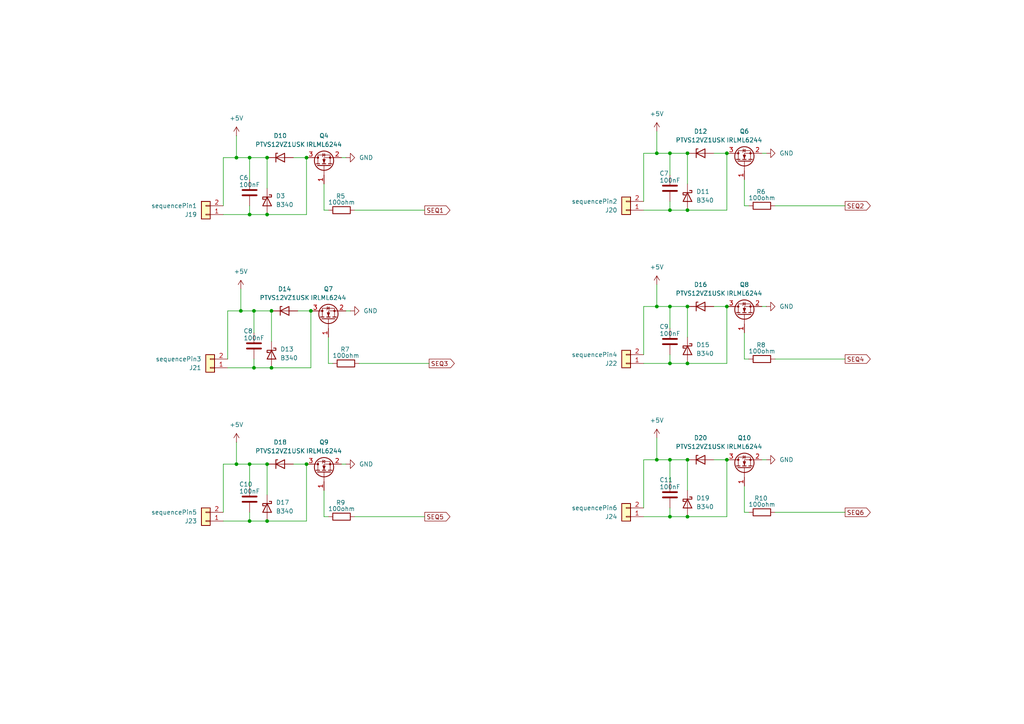
<source format=kicad_sch>
(kicad_sch (version 20231120) (generator "eeschema") (generator_version "8.0")
  (paper "A4")
  (lib_symbols
    (symbol "Connector_Generic:Conn_01x02" (pin_names (offset 1.016) hide)
      (property "Reference" "J" (at 0 2.54 0))
      (property "Value" "Conn_01x02" (at 0 -5.08 0))
      (symbol "Conn_01x02_1_1"
        (rectangle (start -1.27 -2.413) (end 0 -2.667) (stroke (width 0.1524)))
        (rectangle (start -1.27 0.127) (end 0 -0.127) (stroke (width 0.1524)))
        (rectangle (start -1.27 1.27) (end 1.27 -3.81) (stroke (width 0.254)) (fill (type background)))
        (pin passive line (at -5.08 0 0) (length 3.81) (name "Pin_1") (number "1"))
        (pin passive line (at -5.08 -2.54 0) (length 3.81) (name "Pin_2") (number "2"))
      )
    )
    (symbol "Device:C" (pin_numbers hide) (pin_names (offset 0.254))
      (property "Reference" "C" (at 0.635 2.54 0))
      (property "Value" "C" (at 0.635 -2.54 0))
      (symbol "C_0_1"
        (polyline (pts (xy -2.032 -0.762) (xy 2.032 -0.762)) (stroke (width 0.508)))
        (polyline (pts (xy -2.032 0.762) (xy 2.032 0.762)) (stroke (width 0.508)))
      )
      (symbol "C_1_1"
        (pin passive line (at 0 3.81 270) (length 2.794) (name "~") (number "1"))
        (pin passive line (at 0 -3.81 90) (length 2.794) (name "~") (number "2"))
      )
    )
    (symbol "Device:R" (pin_numbers hide) (pin_names (offset 0))
      (property "Reference" "R" (at 2.032 0 90))
      (property "Value" "R" (at 0 0 90))
      (symbol "R_0_1"
        (rectangle (start -1.016 -2.54) (end 1.016 2.54) (stroke (width 0.254)))
      )
      (symbol "R_1_1"
        (pin passive line (at 0 3.81 270) (length 1.27) (name "~") (number "1"))
        (pin passive line (at 0 -3.81 90) (length 1.27) (name "~") (number "2"))
      )
    )
    (symbol "Diode:B340" (pin_numbers hide) (pin_names (offset 1.016) hide)
      (property "Reference" "D" (at 0 2.54 0))
      (property "Value" "B340" (at 0 -2.54 0))
      (symbol "B340_0_1"
        (polyline (pts (xy 1.27 0) (xy -1.27 0)))
        (polyline (pts (xy 1.27 1.27) (xy 1.27 -1.27) (xy -1.27 0) (xy 1.27 1.27)) (stroke (width 0.254)))
        (polyline (pts (xy -1.905 0.635) (xy -1.905 1.27) (xy -1.27 1.27) (xy -1.27 -1.27) (xy -0.635 -1.27) (xy -0.635 -0.635)) (stroke (width 0.254)))
      )
      (symbol "B340_1_1"
        (pin passive line (at -3.81 0 0) (length 2.54) (name "K") (number "1"))
        (pin passive line (at 3.81 0 180) (length 2.54) (name "A") (number "2"))
      )
    )
    (symbol "Diode:PTVS12VZ1USK" (pin_numbers hide) (pin_names hide)
      (property "Reference" "D" (at 0 2.54 0))
      (property "Value" "PTVS12VZ1USK" (at 0 -2.54 0))
      (symbol "PTVS12VZ1USK_0_1"
        (polyline (pts (xy 1.27 0) (xy -1.27 0)))
        (polyline (pts (xy -1.27 -1.27) (xy -1.27 1.27) (xy -0.762 1.27)) (stroke (width 0.254)))
        (polyline (pts (xy 1.27 -1.27) (xy 1.27 1.27) (xy -1.27 0) (xy 1.27 -1.27)) (stroke (width 0.254)))
      )
      (symbol "PTVS12VZ1USK_1_1"
        (pin passive line (at -3.81 0 0) (length 2.54) (name "K") (number "1"))
        (pin passive line (at 3.81 0 180) (length 2.54) (name "A") (number "2"))
      )
    )
    (symbol "Transistor_FET:IRLML6244" (pin_names hide)
      (property "Reference" "Q" (at 5.08 1.905 0))
      (property "Value" "IRLML6244" (at 5.08 0 0))
      (symbol "IRLML6244_0_1"
        (polyline (pts (xy 0.254 0) (xy -2.54 0)))
        (polyline (pts (xy 0.254 1.905) (xy 0.254 -1.905)) (stroke (width 0.254)))
        (polyline (pts (xy 0.762 -1.27) (xy 0.762 -2.286)) (stroke (width 0.254)))
        (polyline (pts (xy 0.762 0.508) (xy 0.762 -0.508)) (stroke (width 0.254)))
        (polyline (pts (xy 0.762 2.286) (xy 0.762 1.27)) (stroke (width 0.254)))
        (polyline (pts (xy 2.54 2.54) (xy 2.54 1.778)))
        (polyline (pts (xy 2.54 -2.54) (xy 2.54 0) (xy 0.762 0)))
        (polyline (pts (xy 0.762 -1.778) (xy 3.302 -1.778) (xy 3.302 1.778) (xy 0.762 1.778)))
        (polyline (pts (xy 1.016 0) (xy 2.032 0.381) (xy 2.032 -0.381) (xy 1.016 0)) (fill (type outline)))
        (polyline (pts (xy 2.794 0.508) (xy 2.921 0.381) (xy 3.683 0.381) (xy 3.81 0.254)))
        (polyline (pts (xy 3.302 0.381) (xy 2.921 -0.254) (xy 3.683 -0.254) (xy 3.302 0.381)))
        (circle (center 1.651 0) (radius 2.794) (stroke (width 0.254)))
        (circle (center 2.54 -1.778) (radius 0.254) (fill (type outline)))
        (circle (center 2.54 1.778) (radius 0.254) (fill (type outline)))
      )
      (symbol "IRLML6244_1_1"
        (pin input line (at -5.08 0 0) (length 2.54) (name "G") (number "1"))
        (pin passive line (at 2.54 -5.08 90) (length 2.54) (name "S") (number "2"))
        (pin passive line (at 2.54 5.08 270) (length 2.54) (name "D") (number "3"))
      )
    )
    (symbol "power:+5V" (power) (pin_numbers hide) (pin_names (offset 0) hide)
      (property "Value" "+5V" (at 0 3.556 0))
      (symbol "+5V_0_1"
        (polyline (pts (xy -0.762 1.27) (xy 0 2.54)))
        (polyline (pts (xy 0 0) (xy 0 2.54)))
        (polyline (pts (xy 0 2.54) (xy 0.762 1.27)))
      )
      (symbol "+5V_1_1"
        (pin power_in line (at 0 0 90) (length 0) (name "~") (number "1"))
      )
    )
    (symbol "power:GND" (power) (pin_numbers hide) (pin_names (offset 0) hide)
      (property "Value" "GND" (at 0 -3.81 0))
      (symbol "GND_0_1"
        (polyline (pts (xy 0 0) (xy 0 -1.27) (xy 1.27 -1.27) (xy 0 -2.54) (xy -1.27 -1.27) (xy 0 -1.27)))
      )
      (symbol "GND_1_1"
        (pin power_in line (at 0 0 270) (length 0) (name "~") (number "1"))
      )
    )
  )
  (junction (at 77.47 151.13))
  (junction (at 68.58 134.62))
  (junction (at 88.9 45.72))
  (junction (at 72.39 134.62))
  (junction (at 68.58 45.72))
  (junction (at 194.31 105.41))
  (junction (at 199.39 88.9))
  (junction (at 194.31 133.35))
  (junction (at 199.39 44.45))
  (junction (at 190.5 133.35))
  (junction (at 72.39 45.72))
  (junction (at 210.82 88.9))
  (junction (at 210.82 44.45))
  (junction (at 199.39 60.96))
  (junction (at 199.39 149.86))
  (junction (at 194.31 88.9))
  (junction (at 72.39 151.13))
  (junction (at 90.17 90.17))
  (junction (at 73.66 90.17))
  (junction (at 69.85 90.17))
  (junction (at 77.47 45.72))
  (junction (at 88.9 134.62))
  (junction (at 199.39 105.41))
  (junction (at 73.66 106.68))
  (junction (at 78.74 106.68))
  (junction (at 190.5 88.9))
  (junction (at 194.31 60.96))
  (junction (at 194.31 149.86))
  (junction (at 77.47 62.23))
  (junction (at 210.82 133.35))
  (junction (at 199.39 133.35))
  (junction (at 77.47 134.62))
  (junction (at 78.74 90.17))
  (junction (at 72.39 62.23))
  (junction (at 190.5 44.45))
  (junction (at 194.31 44.45))
  (wire (pts (xy 217.17 148.59) (xy 215.9 148.59)))
  (wire (pts (xy 222.25 133.35) (xy 220.98 133.35)))
  (wire (pts (xy 194.31 88.9) (xy 194.31 95.25)))
  (wire (pts (xy 100.33 134.62) (xy 99.06 134.62)))
  (wire (pts (xy 210.82 88.9) (xy 210.82 105.41)))
  (wire (pts (xy 72.39 148.59) (xy 72.39 151.13)))
  (wire (pts (xy 194.31 60.96) (xy 199.39 60.96)))
  (wire (pts (xy 64.77 134.62) (xy 68.58 134.62)))
  (wire (pts (xy 102.87 149.86) (xy 123.19 149.86)))
  (wire (pts (xy 194.31 88.9) (xy 199.39 88.9)))
  (wire (pts (xy 186.69 88.9) (xy 186.69 102.87)))
  (wire (pts (xy 210.82 133.35) (xy 210.82 149.86)))
  (wire (pts (xy 85.09 45.72) (xy 88.9 45.72)))
  (wire (pts (xy 186.69 105.41) (xy 194.31 105.41)))
  (wire (pts (xy 224.79 59.69) (xy 245.11 59.69)))
  (wire (pts (xy 199.39 60.96) (xy 210.82 60.96)))
  (wire (pts (xy 101.6 90.17) (xy 100.33 90.17)))
  (wire (pts (xy 199.39 105.41) (xy 210.82 105.41)))
  (wire (pts (xy 194.31 147.32) (xy 194.31 149.86)))
  (wire (pts (xy 186.69 44.45) (xy 190.5 44.45)))
  (wire (pts (xy 95.25 105.41) (xy 95.25 97.79)))
  (wire (pts (xy 215.9 148.59) (xy 215.9 140.97)))
  (wire (pts (xy 186.69 149.86) (xy 194.31 149.86)))
  (wire (pts (xy 199.39 149.86) (xy 210.82 149.86)))
  (wire (pts (xy 215.9 104.14) (xy 215.9 96.52)))
  (wire (pts (xy 207.01 44.45) (xy 210.82 44.45)))
  (wire (pts (xy 73.66 106.68) (xy 78.74 106.68)))
  (wire (pts (xy 215.9 59.69) (xy 215.9 52.07)))
  (wire (pts (xy 222.25 44.45) (xy 220.98 44.45)))
  (wire (pts (xy 72.39 45.72) (xy 72.39 52.07)))
  (wire (pts (xy 186.69 88.9) (xy 190.5 88.9)))
  (wire (pts (xy 72.39 151.13) (xy 77.47 151.13)))
  (wire (pts (xy 73.66 104.14) (xy 73.66 106.68)))
  (wire (pts (xy 93.98 149.86) (xy 93.98 142.24)))
  (wire (pts (xy 190.5 88.9) (xy 194.31 88.9)))
  (wire (pts (xy 190.5 82.55) (xy 190.5 88.9)))
  (wire (pts (xy 77.47 45.72) (xy 77.47 54.61)))
  (wire (pts (xy 69.85 83.82) (xy 69.85 90.17)))
  (wire (pts (xy 194.31 133.35) (xy 194.31 139.7)))
  (wire (pts (xy 68.58 134.62) (xy 72.39 134.62)))
  (wire (pts (xy 95.25 149.86) (xy 93.98 149.86)))
  (wire (pts (xy 77.47 151.13) (xy 88.9 151.13)))
  (wire (pts (xy 68.58 45.72) (xy 72.39 45.72)))
  (wire (pts (xy 72.39 134.62) (xy 77.47 134.62)))
  (wire (pts (xy 96.52 105.41) (xy 95.25 105.41)))
  (wire (pts (xy 78.74 90.17) (xy 78.74 99.06)))
  (wire (pts (xy 72.39 134.62) (xy 72.39 140.97)))
  (wire (pts (xy 95.25 60.96) (xy 93.98 60.96)))
  (wire (pts (xy 72.39 45.72) (xy 77.47 45.72)))
  (wire (pts (xy 93.98 60.96) (xy 93.98 53.34)))
  (wire (pts (xy 217.17 59.69) (xy 215.9 59.69)))
  (wire (pts (xy 64.77 151.13) (xy 72.39 151.13)))
  (wire (pts (xy 194.31 102.87) (xy 194.31 105.41)))
  (wire (pts (xy 186.69 133.35) (xy 186.69 147.32)))
  (wire (pts (xy 72.39 59.69) (xy 72.39 62.23)))
  (wire (pts (xy 66.04 90.17) (xy 69.85 90.17)))
  (wire (pts (xy 190.5 133.35) (xy 194.31 133.35)))
  (wire (pts (xy 73.66 90.17) (xy 73.66 96.52)))
  (wire (pts (xy 64.77 45.72) (xy 64.77 59.69)))
  (wire (pts (xy 104.14 105.41) (xy 124.46 105.41)))
  (wire (pts (xy 207.01 88.9) (xy 210.82 88.9)))
  (wire (pts (xy 199.39 88.9) (xy 199.39 97.79)))
  (wire (pts (xy 85.09 134.62) (xy 88.9 134.62)))
  (wire (pts (xy 194.31 133.35) (xy 199.39 133.35)))
  (wire (pts (xy 224.79 104.14) (xy 245.11 104.14)))
  (wire (pts (xy 90.17 90.17) (xy 90.17 106.68)))
  (wire (pts (xy 64.77 45.72) (xy 68.58 45.72)))
  (wire (pts (xy 194.31 105.41) (xy 199.39 105.41)))
  (wire (pts (xy 199.39 133.35) (xy 199.39 142.24)))
  (wire (pts (xy 66.04 90.17) (xy 66.04 104.14)))
  (wire (pts (xy 194.31 58.42) (xy 194.31 60.96)))
  (wire (pts (xy 207.01 133.35) (xy 210.82 133.35)))
  (wire (pts (xy 222.25 88.9) (xy 220.98 88.9)))
  (wire (pts (xy 66.04 106.68) (xy 73.66 106.68)))
  (wire (pts (xy 194.31 149.86) (xy 199.39 149.86)))
  (wire (pts (xy 194.31 44.45) (xy 199.39 44.45)))
  (wire (pts (xy 190.5 38.1) (xy 190.5 44.45)))
  (wire (pts (xy 88.9 45.72) (xy 88.9 62.23)))
  (wire (pts (xy 194.31 44.45) (xy 194.31 50.8)))
  (wire (pts (xy 77.47 134.62) (xy 77.47 143.51)))
  (wire (pts (xy 210.82 44.45) (xy 210.82 60.96)))
  (wire (pts (xy 64.77 134.62) (xy 64.77 148.59)))
  (wire (pts (xy 88.9 134.62) (xy 88.9 151.13)))
  (wire (pts (xy 102.87 60.96) (xy 123.19 60.96)))
  (wire (pts (xy 64.77 62.23) (xy 72.39 62.23)))
  (wire (pts (xy 68.58 128.27) (xy 68.58 134.62)))
  (wire (pts (xy 77.47 62.23) (xy 88.9 62.23)))
  (wire (pts (xy 186.69 44.45) (xy 186.69 58.42)))
  (wire (pts (xy 186.69 60.96) (xy 194.31 60.96)))
  (wire (pts (xy 69.85 90.17) (xy 73.66 90.17)))
  (wire (pts (xy 186.69 133.35) (xy 190.5 133.35)))
  (wire (pts (xy 68.58 39.37) (xy 68.58 45.72)))
  (wire (pts (xy 78.74 106.68) (xy 90.17 106.68)))
  (wire (pts (xy 190.5 127) (xy 190.5 133.35)))
  (wire (pts (xy 86.36 90.17) (xy 90.17 90.17)))
  (wire (pts (xy 217.17 104.14) (xy 215.9 104.14)))
  (wire (pts (xy 100.33 45.72) (xy 99.06 45.72)))
  (wire (pts (xy 199.39 44.45) (xy 199.39 53.34)))
  (wire (pts (xy 190.5 44.45) (xy 194.31 44.45)))
  (wire (pts (xy 72.39 62.23) (xy 77.47 62.23)))
  (wire (pts (xy 224.79 148.59) (xy 245.11 148.59)))
  (wire (pts (xy 73.66 90.17) (xy 78.74 90.17)))
  (global_label "SEQ1" (shape output) (at 123.19 60.96 0) (property "Intersheetrefs" "${INTERSHEET_REFS}" (effects (hide yes))))
  (global_label "SEQ3" (shape output) (at 124.46 105.41 0) (property "Intersheetrefs" "${INTERSHEET_REFS}" (effects (hide yes))))
  (global_label "SEQ5" (shape output) (at 123.19 149.86 0) (property "Intersheetrefs" "${INTERSHEET_REFS}" (effects (hide yes))))
  (global_label "SEQ6" (shape output) (at 245.11 148.59 0) (property "Intersheetrefs" "${INTERSHEET_REFS}" (effects (hide yes))))
  (global_label "SEQ2" (shape output) (at 245.11 59.69 0) (property "Intersheetrefs" "${INTERSHEET_REFS}" (effects (hide yes))))
  (global_label "SEQ4" (shape output) (at 245.11 104.14 0) (property "Intersheetrefs" "${INTERSHEET_REFS}" (effects (hide yes))))
  (symbol (lib_id "Device:C") (at 72.39 144.78 0) (unit 1)
    (property "Reference" "C10" (at 69.342 140.462 0) (effects (justify left)))
    (property "Value" "100nF" (at 69.342 142.494 0) (effects (justify left)))
    (property "Footprint" "Capacitor_SMD:C_0603_1608Metric_Pad1.08x0.95mm_HandSolder" (effects (hide yes)))
    (property "Description" "Unpolarized capacitor" (effects (hide yes)))
  )
  (symbol (lib_id "power:+5V") (at 190.5 38.1 0) (unit 1)
    (property "Reference" "#PWR016" (effects (hide yes)))
    (property "Value" "+5V" (at 190.5 33.02 0))
    (property "Description" "Power symbol creates a global label with name \"+5V\"" (effects (hide yes)))
  )
  (symbol (lib_id "Diode:B340") (at 199.39 101.6 270) (unit 1)
    (property "Reference" "D15" (at 201.93 100.0124 90) (effects (justify left)))
    (property "Value" "B340" (at 201.93 102.5524 90) (effects (justify left)))
    (property "Footprint" "Diode_SMD:D_SMC" (effects (hide yes)))
    (property "Datasheet" "http://www.jameco.com/Jameco/Products/ProdDS/1538777.pdf" (effects (hide yes)))
    (property "Description" "40V 3A Schottky Barrier Rectifier Diode, SMC" (effects (hide yes)))
  )
  (symbol (lib_id "power:+5V") (at 68.58 128.27 0) (unit 1)
    (property "Reference" "#PWR040" (effects (hide yes)))
    (property "Value" "+5V" (at 68.58 123.19 0))
    (property "Description" "Power symbol creates a global label with name \"+5V\"" (effects (hide yes)))
  )
  (symbol (lib_id "Transistor_FET:IRLML6244") (at 215.9 135.89 90) (unit 1)
    (property "Reference" "Q10" (at 215.9 127 90))
    (property "Value" "IRLML6244" (at 215.9 129.54 90))
    (property "Footprint" "Package_TO_SOT_SMD:SOT-23" (effects (hide yes)))
    (property "Datasheet" "https://www.infineon.com/dgdl/Infineon-IRLML6244-DataSheet-v01_01-EN.pdf?fileId=5546d462533600a4015356686fed261f" (effects (hide yes)))
    (property "Description" "6.3A Id, 20V Vds, 21mOhm Rds, N-Channel StrongIRFET Power MOSFET, SOT-23" (effects (hide yes)))
  )
  (symbol (lib_id "Transistor_FET:IRLML6244") (at 95.25 92.71 90) (unit 1)
    (property "Reference" "Q7" (at 95.25 83.82 90))
    (property "Value" "IRLML6244" (at 95.25 86.36 90))
    (property "Footprint" "Package_TO_SOT_SMD:SOT-23" (effects (hide yes)))
    (property "Datasheet" "https://www.infineon.com/dgdl/Infineon-IRLML6244-DataSheet-v01_01-EN.pdf?fileId=5546d462533600a4015356686fed261f" (effects (hide yes)))
    (property "Description" "6.3A Id, 20V Vds, 21mOhm Rds, N-Channel StrongIRFET Power MOSFET, SOT-23" (effects (hide yes)))
  )
  (symbol (lib_id "Diode:B340") (at 78.74 102.87 270) (unit 1)
    (property "Reference" "D13" (at 81.28 101.2824 90) (effects (justify left)))
    (property "Value" "B340" (at 81.28 103.8224 90) (effects (justify left)))
    (property "Footprint" "Diode_SMD:D_SMC" (effects (hide yes)))
    (property "Datasheet" "http://www.jameco.com/Jameco/Products/ProdDS/1538777.pdf" (effects (hide yes)))
    (property "Description" "40V 3A Schottky Barrier Rectifier Diode, SMC" (effects (hide yes)))
  )
  (symbol (lib_id "Device:C") (at 194.31 143.51 0) (unit 1)
    (property "Reference" "C11" (at 191.262 139.192 0) (effects (justify left)))
    (property "Value" "100nF" (at 191.262 141.224 0) (effects (justify left)))
    (property "Footprint" "Capacitor_SMD:C_0603_1608Metric_Pad1.08x0.95mm_HandSolder" (effects (hide yes)))
    (property "Description" "Unpolarized capacitor" (effects (hide yes)))
  )
  (symbol (lib_id "Diode:PTVS12VZ1USK") (at 203.2 133.35 0) (unit 1)
    (property "Reference" "D20" (at 203.2 127 0))
    (property "Value" "PTVS12VZ1USK" (at 203.2 129.54 0))
    (property "Footprint" "Diode_SMD:Nexperia_DSN1608-2_1.6x0.8mm" (effects (hide yes)))
    (property "Datasheet" "https://assets.nexperia.com/documents/data-sheet/PTVS12VZ1USK.pdf" (effects (hide yes)))
    (property "Description" "12V, 1900W TVS unidirectional diode, DSN1608-2" (effects (hide yes)))
  )
  (symbol (lib_id "Diode:PTVS12VZ1USK") (at 203.2 88.9 0) (unit 1)
    (property "Reference" "D16" (at 203.2 82.55 0))
    (property "Value" "PTVS12VZ1USK" (at 203.2 85.09 0))
    (property "Footprint" "Diode_SMD:Nexperia_DSN1608-2_1.6x0.8mm" (effects (hide yes)))
    (property "Datasheet" "https://assets.nexperia.com/documents/data-sheet/PTVS12VZ1USK.pdf" (effects (hide yes)))
    (property "Description" "12V, 1900W TVS unidirectional diode, DSN1608-2" (effects (hide yes)))
  )
  (symbol (lib_id "Diode:PTVS12VZ1USK") (at 82.55 90.17 0) (unit 1)
    (property "Reference" "D14" (at 82.55 83.82 0))
    (property "Value" "PTVS12VZ1USK" (at 82.55 86.36 0))
    (property "Footprint" "Diode_SMD:Nexperia_DSN1608-2_1.6x0.8mm" (effects (hide yes)))
    (property "Datasheet" "https://assets.nexperia.com/documents/data-sheet/PTVS12VZ1USK.pdf" (effects (hide yes)))
    (property "Description" "12V, 1900W TVS unidirectional diode, DSN1608-2" (effects (hide yes)))
  )
  (symbol (lib_id "Connector_Generic:Conn_01x02") (at 181.61 105.41 180) (unit 1)
    (property "Reference" "J22" (at 179.07 105.4101 0) (effects (justify left)))
    (property "Value" "sequencePin4" (at 179.07 102.8701 0) (effects (justify left)))
    (property "Footprint" "Connector_JST:JST_XH_S2B-XH-A_1x02_P2.50mm_Horizontal" (effects (hide yes)))
    (property "Description" "Generic connector, single row, 01x02, script generated (kicad-library-utils/schlib/autogen/connector/)" (effects (hide yes)))
  )
  (symbol (lib_id "power:GND") (at 101.6 90.17 90) (unit 1)
    (property "Reference" "#PWR037" (effects (hide yes)))
    (property "Value" "GND" (at 105.41 90.1699 90) (effects (justify right)))
    (property "Description" "Power symbol creates a global label with name \"GND\" , ground" (effects (hide yes)))
  )
  (symbol (lib_id "Transistor_FET:IRLML6244") (at 93.98 48.26 90) (unit 1)
    (property "Reference" "Q4" (at 93.98 39.37 90))
    (property "Value" "IRLML6244" (at 93.98 41.91 90))
    (property "Footprint" "Package_TO_SOT_SMD:SOT-23" (effects (hide yes)))
    (property "Datasheet" "https://www.infineon.com/dgdl/Infineon-IRLML6244-DataSheet-v01_01-EN.pdf?fileId=5546d462533600a4015356686fed261f" (effects (hide yes)))
    (property "Description" "6.3A Id, 20V Vds, 21mOhm Rds, N-Channel StrongIRFET Power MOSFET, SOT-23" (effects (hide yes)))
  )
  (symbol (lib_id "Transistor_FET:IRLML6244") (at 93.98 137.16 90) (unit 1)
    (property "Reference" "Q9" (at 93.98 128.27 90))
    (property "Value" "IRLML6244" (at 93.98 130.81 90))
    (property "Footprint" "Package_TO_SOT_SMD:SOT-23" (effects (hide yes)))
    (property "Datasheet" "https://www.infineon.com/dgdl/Infineon-IRLML6244-DataSheet-v01_01-EN.pdf?fileId=5546d462533600a4015356686fed261f" (effects (hide yes)))
    (property "Description" "6.3A Id, 20V Vds, 21mOhm Rds, N-Channel StrongIRFET Power MOSFET, SOT-23" (effects (hide yes)))
  )
  (symbol (lib_id "Device:R") (at 100.33 105.41 270) (unit 1)
    (property "Reference" "R7" (at 100.076 101.346 90))
    (property "Value" "100ohm" (at 100.33 103.124 90))
    (property "Footprint" "Resistor_SMD:R_0603_1608Metric_Pad0.98x0.95mm_HandSolder" (effects (hide yes)))
    (property "Description" "Resistor" (effects (hide yes)))
  )
  (symbol (lib_id "Connector_Generic:Conn_01x02") (at 181.61 60.96 180) (unit 1)
    (property "Reference" "J20" (at 179.07 60.9601 0) (effects (justify left)))
    (property "Value" "sequencePin2" (at 179.07 58.4201 0) (effects (justify left)))
    (property "Footprint" "Connector_JST:JST_XH_S2B-XH-A_1x02_P2.50mm_Horizontal" (effects (hide yes)))
    (property "Description" "Generic connector, single row, 01x02, script generated (kicad-library-utils/schlib/autogen/connector/)" (effects (hide yes)))
  )
  (symbol (lib_id "Connector_Generic:Conn_01x02") (at 181.61 149.86 180) (unit 1)
    (property "Reference" "J24" (at 179.07 149.8601 0) (effects (justify left)))
    (property "Value" "sequencePin6" (at 179.07 147.3201 0) (effects (justify left)))
    (property "Footprint" "Connector_JST:JST_XH_S2B-XH-A_1x02_P2.50mm_Horizontal" (effects (hide yes)))
    (property "Description" "Generic connector, single row, 01x02, script generated (kicad-library-utils/schlib/autogen/connector/)" (effects (hide yes)))
  )
  (symbol (lib_id "power:+5V") (at 190.5 82.55 0) (unit 1)
    (property "Reference" "#PWR038" (effects (hide yes)))
    (property "Value" "+5V" (at 190.5 77.47 0))
    (property "Description" "Power symbol creates a global label with name \"+5V\"" (effects (hide yes)))
  )
  (symbol (lib_id "Diode:B340") (at 199.39 146.05 270) (unit 1)
    (property "Reference" "D19" (at 201.93 144.4624 90) (effects (justify left)))
    (property "Value" "B340" (at 201.93 147.0024 90) (effects (justify left)))
    (property "Footprint" "Diode_SMD:D_SMC" (effects (hide yes)))
    (property "Datasheet" "http://www.jameco.com/Jameco/Products/ProdDS/1538777.pdf" (effects (hide yes)))
    (property "Description" "40V 3A Schottky Barrier Rectifier Diode, SMC" (effects (hide yes)))
  )
  (symbol (lib_id "Connector_Generic:Conn_01x02") (at 60.96 106.68 180) (unit 1)
    (property "Reference" "J21" (at 58.42 106.6801 0) (effects (justify left)))
    (property "Value" "sequencePin3" (at 58.42 104.1401 0) (effects (justify left)))
    (property "Footprint" "Connector_JST:JST_XH_S2B-XH-A_1x02_P2.50mm_Horizontal" (effects (hide yes)))
    (property "Description" "Generic connector, single row, 01x02, script generated (kicad-library-utils/schlib/autogen/connector/)" (effects (hide yes)))
  )
  (symbol (lib_id "Device:C") (at 72.39 55.88 0) (unit 1)
    (property "Reference" "C6" (at 69.342 51.562 0) (effects (justify left)))
    (property "Value" "100nF" (at 69.342 53.594 0) (effects (justify left)))
    (property "Footprint" "Capacitor_SMD:C_0603_1608Metric_Pad1.08x0.95mm_HandSolder" (effects (hide yes)))
    (property "Description" "Unpolarized capacitor" (effects (hide yes)))
  )
  (symbol (lib_id "Device:C") (at 194.31 99.06 0) (unit 1)
    (property "Reference" "C9" (at 191.262 94.742 0) (effects (justify left)))
    (property "Value" "100nF" (at 191.262 96.774 0) (effects (justify left)))
    (property "Footprint" "Capacitor_SMD:C_0603_1608Metric_Pad1.08x0.95mm_HandSolder" (effects (hide yes)))
    (property "Description" "Unpolarized capacitor" (effects (hide yes)))
  )
  (symbol (lib_id "Transistor_FET:IRLML6244") (at 215.9 91.44 90) (unit 1)
    (property "Reference" "Q8" (at 215.9 82.55 90))
    (property "Value" "IRLML6244" (at 215.9 85.09 90))
    (property "Footprint" "Package_TO_SOT_SMD:SOT-23" (effects (hide yes)))
    (property "Datasheet" "https://www.infineon.com/dgdl/Infineon-IRLML6244-DataSheet-v01_01-EN.pdf?fileId=5546d462533600a4015356686fed261f" (effects (hide yes)))
    (property "Description" "6.3A Id, 20V Vds, 21mOhm Rds, N-Channel StrongIRFET Power MOSFET, SOT-23" (effects (hide yes)))
  )
  (symbol (lib_id "Diode:PTVS12VZ1USK") (at 203.2 44.45 0) (unit 1)
    (property "Reference" "D12" (at 203.2 38.1 0))
    (property "Value" "PTVS12VZ1USK" (at 203.2 40.64 0))
    (property "Footprint" "Diode_SMD:Nexperia_DSN1608-2_1.6x0.8mm" (effects (hide yes)))
    (property "Datasheet" "https://assets.nexperia.com/documents/data-sheet/PTVS12VZ1USK.pdf" (effects (hide yes)))
    (property "Description" "12V, 1900W TVS unidirectional diode, DSN1608-2" (effects (hide yes)))
  )
  (symbol (lib_id "power:GND") (at 100.33 45.72 90) (unit 1)
    (property "Reference" "#PWR034" (effects (hide yes)))
    (property "Value" "GND" (at 104.14 45.7199 90) (effects (justify right)))
    (property "Description" "Power symbol creates a global label with name \"GND\" , ground" (effects (hide yes)))
  )
  (symbol (lib_id "Device:C") (at 73.66 100.33 0) (unit 1)
    (property "Reference" "C8" (at 70.612 96.012 0) (effects (justify left)))
    (property "Value" "100nF" (at 70.612 98.044 0) (effects (justify left)))
    (property "Footprint" "Capacitor_SMD:C_0603_1608Metric_Pad1.08x0.95mm_HandSolder" (effects (hide yes)))
    (property "Description" "Unpolarized capacitor" (effects (hide yes)))
  )
  (symbol (lib_id "power:GND") (at 222.25 133.35 90) (unit 1)
    (property "Reference" "#PWR043" (effects (hide yes)))
    (property "Value" "GND" (at 226.06 133.3499 90) (effects (justify right)))
    (property "Description" "Power symbol creates a global label with name \"GND\" , ground" (effects (hide yes)))
  )
  (symbol (lib_id "power:GND") (at 100.33 134.62 90) (unit 1)
    (property "Reference" "#PWR041" (effects (hide yes)))
    (property "Value" "GND" (at 104.14 134.6199 90) (effects (justify right)))
    (property "Description" "Power symbol creates a global label with name \"GND\" , ground" (effects (hide yes)))
  )
  (symbol (lib_id "Connector_Generic:Conn_01x02") (at 59.69 151.13 180) (unit 1)
    (property "Reference" "J23" (at 57.15 151.1301 0) (effects (justify left)))
    (property "Value" "sequencePin5" (at 57.15 148.5901 0) (effects (justify left)))
    (property "Footprint" "Connector_JST:JST_XH_S2B-XH-A_1x02_P2.50mm_Horizontal" (effects (hide yes)))
    (property "Description" "Generic connector, single row, 01x02, script generated (kicad-library-utils/schlib/autogen/connector/)" (effects (hide yes)))
  )
  (symbol (lib_id "Device:R") (at 99.06 149.86 270) (unit 1)
    (property "Reference" "R9" (at 98.806 145.796 90))
    (property "Value" "100ohm" (at 99.06 147.574 90))
    (property "Footprint" "Resistor_SMD:R_0603_1608Metric_Pad0.98x0.95mm_HandSolder" (effects (hide yes)))
    (property "Description" "Resistor" (effects (hide yes)))
  )
  (symbol (lib_id "Diode:B340") (at 199.39 57.15 270) (unit 1)
    (property "Reference" "D11" (at 201.93 55.5624 90) (effects (justify left)))
    (property "Value" "B340" (at 201.93 58.1024 90) (effects (justify left)))
    (property "Footprint" "Diode_SMD:D_SMC" (effects (hide yes)))
    (property "Datasheet" "http://www.jameco.com/Jameco/Products/ProdDS/1538777.pdf" (effects (hide yes)))
    (property "Description" "40V 3A Schottky Barrier Rectifier Diode, SMC" (effects (hide yes)))
  )
  (symbol (lib_id "Diode:PTVS12VZ1USK") (at 81.28 45.72 0) (unit 1)
    (property "Reference" "D10" (at 81.28 39.37 0))
    (property "Value" "PTVS12VZ1USK" (at 81.28 41.91 0))
    (property "Footprint" "Diode_SMD:Nexperia_DSN1608-2_1.6x0.8mm" (effects (hide yes)))
    (property "Datasheet" "https://assets.nexperia.com/documents/data-sheet/PTVS12VZ1USK.pdf" (effects (hide yes)))
    (property "Description" "12V, 1900W TVS unidirectional diode, DSN1608-2" (effects (hide yes)))
  )
  (symbol (lib_id "Diode:B340") (at 77.47 147.32 270) (unit 1)
    (property "Reference" "D17" (at 80.01 145.7324 90) (effects (justify left)))
    (property "Value" "B340" (at 80.01 148.2724 90) (effects (justify left)))
    (property "Footprint" "Diode_SMD:D_SMC" (effects (hide yes)))
    (property "Datasheet" "http://www.jameco.com/Jameco/Products/ProdDS/1538777.pdf" (effects (hide yes)))
    (property "Description" "40V 3A Schottky Barrier Rectifier Diode, SMC" (effects (hide yes)))
  )
  (symbol (lib_id "power:+5V") (at 190.5 127 0) (unit 1)
    (property "Reference" "#PWR042" (effects (hide yes)))
    (property "Value" "+5V" (at 190.5 121.92 0))
    (property "Description" "Power symbol creates a global label with name \"+5V\"" (effects (hide yes)))
  )
  (symbol (lib_id "Diode:PTVS12VZ1USK") (at 81.28 134.62 0) (unit 1)
    (property "Reference" "D18" (at 81.28 128.27 0))
    (property "Value" "PTVS12VZ1USK" (at 81.28 130.81 0))
    (property "Footprint" "Diode_SMD:Nexperia_DSN1608-2_1.6x0.8mm" (effects (hide yes)))
    (property "Datasheet" "https://assets.nexperia.com/documents/data-sheet/PTVS12VZ1USK.pdf" (effects (hide yes)))
    (property "Description" "12V, 1900W TVS unidirectional diode, DSN1608-2" (effects (hide yes)))
  )
  (symbol (lib_id "Device:R") (at 220.98 104.14 270) (unit 1)
    (property "Reference" "R8" (at 220.726 100.076 90))
    (property "Value" "100ohm" (at 220.98 101.854 90))
    (property "Footprint" "Resistor_SMD:R_0603_1608Metric_Pad0.98x0.95mm_HandSolder" (effects (hide yes)))
    (property "Description" "Resistor" (effects (hide yes)))
  )
  (symbol (lib_id "Transistor_FET:IRLML6244") (at 215.9 46.99 90) (unit 1)
    (property "Reference" "Q6" (at 215.9 38.1 90))
    (property "Value" "IRLML6244" (at 215.9 40.64 90))
    (property "Footprint" "Package_TO_SOT_SMD:SOT-23" (effects (hide yes)))
    (property "Datasheet" "https://www.infineon.com/dgdl/Infineon-IRLML6244-DataSheet-v01_01-EN.pdf?fileId=5546d462533600a4015356686fed261f" (effects (hide yes)))
    (property "Description" "6.3A Id, 20V Vds, 21mOhm Rds, N-Channel StrongIRFET Power MOSFET, SOT-23" (effects (hide yes)))
  )
  (symbol (lib_id "Diode:B340") (at 77.47 58.42 270) (unit 1)
    (property "Reference" "D3" (at 80.01 56.8324 90) (effects (justify left)))
    (property "Value" "B340" (at 80.01 59.3724 90) (effects (justify left)))
    (property "Footprint" "Diode_SMD:D_SMC" (effects (hide yes)))
    (property "Datasheet" "http://www.jameco.com/Jameco/Products/ProdDS/1538777.pdf" (effects (hide yes)))
    (property "Description" "40V 3A Schottky Barrier Rectifier Diode, SMC" (effects (hide yes)))
  )
  (symbol (lib_id "Device:C") (at 194.31 54.61 0) (unit 1)
    (property "Reference" "C7" (at 191.262 50.292 0) (effects (justify left)))
    (property "Value" "100nF" (at 191.262 52.324 0) (effects (justify left)))
    (property "Footprint" "Capacitor_SMD:C_0603_1608Metric_Pad1.08x0.95mm_HandSolder" (effects (hide yes)))
    (property "Description" "Unpolarized capacitor" (effects (hide yes)))
  )
  (symbol (lib_id "Device:R") (at 220.98 148.59 270) (unit 1)
    (property "Reference" "R10" (at 220.726 144.526 90))
    (property "Value" "100ohm" (at 220.98 146.304 90))
    (property "Footprint" "Resistor_SMD:R_0603_1608Metric_Pad0.98x0.95mm_HandSolder" (effects (hide yes)))
    (property "Description" "Resistor" (effects (hide yes)))
  )
  (symbol (lib_id "Connector_Generic:Conn_01x02") (at 59.69 62.23 180) (unit 1)
    (property "Reference" "J19" (at 57.15 62.2301 0) (effects (justify left)))
    (property "Value" "sequencePin1" (at 57.15 59.6901 0) (effects (justify left)))
    (property "Footprint" "Connector_JST:JST_XH_S2B-XH-A_1x02_P2.50mm_Horizontal" (effects (hide yes)))
    (property "Description" "Generic connector, single row, 01x02, script generated (kicad-library-utils/schlib/autogen/connector/)" (effects (hide yes)))
  )
  (symbol (lib_id "Device:R") (at 99.06 60.96 270) (unit 1)
    (property "Reference" "R5" (at 98.806 56.896 90))
    (property "Value" "100ohm" (at 99.06 58.674 90))
    (property "Footprint" "Resistor_SMD:R_0603_1608Metric_Pad0.98x0.95mm_HandSolder" (effects (hide yes)))
    (property "Description" "Resistor" (effects (hide yes)))
  )
  (symbol (lib_id "power:+5V") (at 69.85 83.82 0) (unit 1)
    (property "Reference" "#PWR036" (effects (hide yes)))
    (property "Value" "+5V" (at 69.85 78.74 0))
    (property "Description" "Power symbol creates a global label with name \"+5V\"" (effects (hide yes)))
  )
  (symbol (lib_id "power:GND") (at 222.25 88.9 90) (unit 1)
    (property "Reference" "#PWR039" (effects (hide yes)))
    (property "Value" "GND" (at 226.06 88.8999 90) (effects (justify right)))
    (property "Description" "Power symbol creates a global label with name \"GND\" , ground" (effects (hide yes)))
  )
  (symbol (lib_id "Device:R") (at 220.98 59.69 270) (unit 1)
    (property "Reference" "R6" (at 220.726 55.626 90))
    (property "Value" "100ohm" (at 220.98 57.404 90))
    (property "Footprint" "Resistor_SMD:R_0603_1608Metric_Pad0.98x0.95mm_HandSolder" (effects (hide yes)))
    (property "Description" "Resistor" (effects (hide yes)))
  )
  (symbol (lib_id "power:GND") (at 222.25 44.45 90) (unit 1)
    (property "Reference" "#PWR035" (effects (hide yes)))
    (property "Value" "GND" (at 226.06 44.4499 90) (effects (justify right)))
    (property "Description" "Power symbol creates a global label with name \"GND\" , ground" (effects (hide yes)))
  )
  (symbol (lib_id "power:+5V") (at 68.58 39.37 0) (unit 1)
    (property "Reference" "#PWR033" (effects (hide yes)))
    (property "Value" "+5V" (at 68.58 34.29 0))
    (property "Description" "Power symbol creates a global label with name \"+5V\"" (effects (hide yes)))
  )
)
</source>
